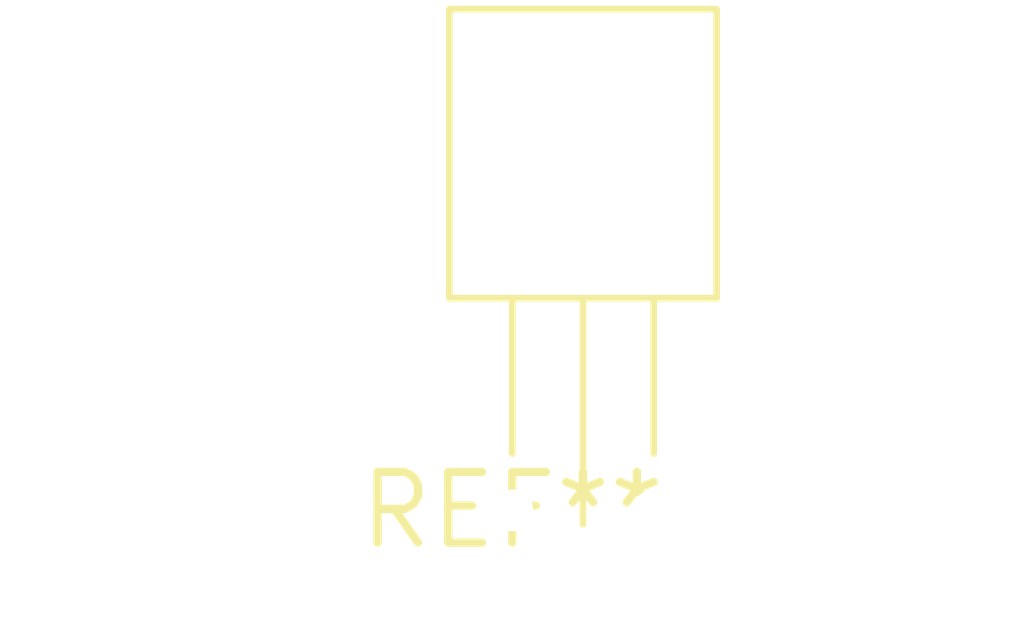
<source format=kicad_pcb>
(kicad_pcb (version 20240108) (generator pcbnew)
  (layers (0 "F.Cu" signal) (31 "B.Cu" signal) (34 "B.Paste" user) (35 "F.Paste" user) (36 "B.SilkS" user "B.Silkscreen") (37 "F.SilkS" user "F.Silkscreen") (38 "B.Mask" user) (39 "F.Mask" user) (44 "Edge.Cuts" user))
  (net 0 "")
  (footprint "TO-92_Horizontal2" (layer "F.Cu") (at 0 0)
    (property "Reference" "REF**")
    (property "Value" "TO-92_Horizontal2")
    (fp_line (start -1.13 -9) (end -1.13 -3.81) (layer "F.SilkS") (stroke (width 0.12)))
    (fp_line (start -1.13 -3.81) (end 3.67 -3.81) (layer "F.SilkS") (stroke (width 0.12)))
    (fp_line (start 0 -1.02) (end 0 -3.81) (layer "F.SilkS") (stroke (width 0.12)))
    (fp_line (start 1.27 0.25) (end 1.27 -3.81) (layer "F.SilkS") (stroke (width 0.12)))
    (fp_line (start 2.54 -1.02) (end 2.54 -3.81) (layer "F.SilkS") (stroke (width 0.12)))
    (fp_line (start 3.67 -9) (end -1.13 -9) (layer "F.SilkS") (stroke (width 0.12)))
    (fp_line (start 3.67 -3.81) (end 3.67 -9) (layer "F.SilkS") (stroke (width 0.12)))
    (pad "1" thru_hole rect (at 0 0 270) (size 1.3 1.3) (drill 0.75) (layers *.Cu *.Mask) (remove_unused_layers))
    (pad "2" thru_hole circle (at 1.27 1.27 270) (size 1.3 1.3) (drill 0.75) (layers *.Cu *.Mask) (remove_unused_layers))
    (pad "3" thru_hole circle (at 2.54 0 270) (size 1.3 1.3) (drill 0.75) (layers *.Cu *.Mask) (remove_unused_layers))
  )
)
</source>
